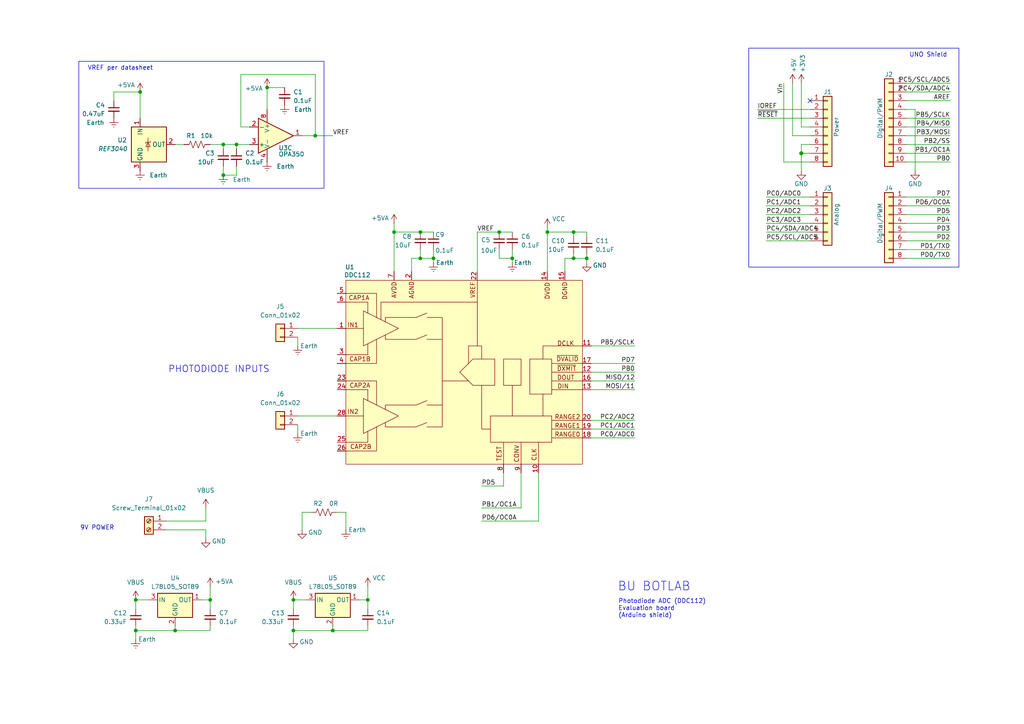
<source format=kicad_sch>
(kicad_sch (version 20250114) (generator "eeschema") (generator_version "9.0")
  (paper "A4")
  (title_block (date "mar. 31 mars 2015"))
  (lib_symbols
    (symbol "Amplifier_Operational:LM358" (pin_names (offset 0.127))
      (property "Reference" "U" (at 0 5.08 0))
      (property "Value" "LM358" (at 0 -5.08 0))
      (symbol "LM358_1_1"
        (polyline (pts (xy -5.08 5.08) (xy 5.08 0) (xy -5.08 -5.08) (xy -5.08 5.08)) (stroke (width 0.254)) (fill (type background)))
        (pin input line (at -7.62 2.54 0) (length 2.54) (name "+") (number "3"))
        (pin input line (at -7.62 -2.54 0) (length 2.54) (name "-") (number "2"))
        (pin output line (at 7.62 0 180) (length 2.54) (name "~") (number "1"))
      )
      (symbol "LM358_2_1"
        (polyline (pts (xy -5.08 5.08) (xy 5.08 0) (xy -5.08 -5.08) (xy -5.08 5.08)) (stroke (width 0.254)) (fill (type background)))
        (pin input line (at -7.62 2.54 0) (length 2.54) (name "+") (number "5"))
        (pin input line (at -7.62 -2.54 0) (length 2.54) (name "-") (number "6"))
        (pin output line (at 7.62 0 180) (length 2.54) (name "~") (number "7"))
      )
      (symbol "LM358_3_1"
        (pin power_in line (at -2.54 7.62 270) (length 3.81) (name "V+") (number "8"))
        (pin power_in line (at -2.54 -7.62 90) (length 3.81) (name "V-") (number "4"))
      )
    )
    (symbol "Connector:Screw_Terminal_01x02" (pin_names (offset 1.016) (hide yes))
      (property "Reference" "J" (at 0 2.54 0))
      (property "Value" "Screw_Terminal_01x02" (at 0 -5.08 0))
      (symbol "Screw_Terminal_01x02_1_1"
        (rectangle (start -1.27 1.27) (end 1.27 -3.81) (stroke (width 0.254)) (fill (type background)))
        (polyline (pts (xy -0.5334 0.3302) (xy 0.3302 -0.508)) (stroke (width 0.1524)))
        (polyline (pts (xy -0.5334 -2.2098) (xy 0.3302 -3.048)) (stroke (width 0.1524)))
        (polyline (pts (xy -0.3556 0.508) (xy 0.508 -0.3302)) (stroke (width 0.1524)))
        (polyline (pts (xy -0.3556 -2.032) (xy 0.508 -2.8702)) (stroke (width 0.1524)))
        (circle (center 0 0) (radius 0.635) (stroke (width 0.1524)))
        (circle (center 0 -2.54) (radius 0.635) (stroke (width 0.1524)))
        (pin passive line (at -5.08 0 0) (length 3.81) (name "Pin_1") (number "1"))
        (pin passive line (at -5.08 -2.54 0) (length 3.81) (name "Pin_2") (number "2"))
      )
    )
    (symbol "Connector_Generic:Conn_01x02" (pin_names (offset 1.016) (hide yes))
      (property "Reference" "J" (at 0 2.54 0))
      (property "Value" "Conn_01x02" (at 0 -5.08 0))
      (symbol "Conn_01x02_1_1"
        (rectangle (start -1.27 1.27) (end 1.27 -3.81) (stroke (width 0.254)) (fill (type background)))
        (rectangle (start -1.27 0.127) (end 0 -0.127) (stroke (width 0.1524)))
        (rectangle (start -1.27 -2.413) (end 0 -2.667) (stroke (width 0.1524)))
        (pin passive line (at -5.08 0 0) (length 3.81) (name "Pin_1") (number "1"))
        (pin passive line (at -5.08 -2.54 0) (length 3.81) (name "Pin_2") (number "2"))
      )
    )
    (symbol "Connector_Generic:Conn_01x06" (pin_names (offset 1.016) (hide yes))
      (property "Reference" "J" (at 0 7.62 0))
      (property "Value" "Conn_01x06" (at 0 -10.16 0))
      (symbol "Conn_01x06_1_1"
        (rectangle (start -1.27 6.35) (end 1.27 -8.89) (stroke (width 0.254)) (fill (type background)))
        (rectangle (start -1.27 5.207) (end 0 4.953) (stroke (width 0.1524)))
        (rectangle (start -1.27 2.667) (end 0 2.413) (stroke (width 0.1524)))
        (rectangle (start -1.27 0.127) (end 0 -0.127) (stroke (width 0.1524)))
        (rectangle (start -1.27 -2.413) (end 0 -2.667) (stroke (width 0.1524)))
        (rectangle (start -1.27 -4.953) (end 0 -5.207) (stroke (width 0.1524)))
        (rectangle (start -1.27 -7.493) (end 0 -7.747) (stroke (width 0.1524)))
        (pin passive line (at -5.08 5.08 0) (length 3.81) (name "Pin_1") (number "1"))
        (pin passive line (at -5.08 2.54 0) (length 3.81) (name "Pin_2") (number "2"))
        (pin passive line (at -5.08 0 0) (length 3.81) (name "Pin_3") (number "3"))
        (pin passive line (at -5.08 -2.54 0) (length 3.81) (name "Pin_4") (number "4"))
        (pin passive line (at -5.08 -5.08 0) (length 3.81) (name "Pin_5") (number "5"))
        (pin passive line (at -5.08 -7.62 0) (length 3.81) (name "Pin_6") (number "6"))
      )
    )
    (symbol "Connector_Generic:Conn_01x08" (pin_names (offset 1.016) (hide yes))
      (property "Reference" "J" (at 0 10.16 0))
      (property "Value" "Conn_01x08" (at 0 -12.7 0))
      (symbol "Conn_01x08_1_1"
        (rectangle (start -1.27 8.89) (end 1.27 -11.43) (stroke (width 0.254)) (fill (type background)))
        (rectangle (start -1.27 7.747) (end 0 7.493) (stroke (width 0.1524)))
        (rectangle (start -1.27 5.207) (end 0 4.953) (stroke (width 0.1524)))
        (rectangle (start -1.27 2.667) (end 0 2.413) (stroke (width 0.1524)))
        (rectangle (start -1.27 0.127) (end 0 -0.127) (stroke (width 0.1524)))
        (rectangle (start -1.27 -2.413) (end 0 -2.667) (stroke (width 0.1524)))
        (rectangle (start -1.27 -4.953) (end 0 -5.207) (stroke (width 0.1524)))
        (rectangle (start -1.27 -7.493) (end 0 -7.747) (stroke (width 0.1524)))
        (rectangle (start -1.27 -10.033) (end 0 -10.287) (stroke (width 0.1524)))
        (pin passive line (at -5.08 7.62 0) (length 3.81) (name "Pin_1") (number "1"))
        (pin passive line (at -5.08 5.08 0) (length 3.81) (name "Pin_2") (number "2"))
        (pin passive line (at -5.08 2.54 0) (length 3.81) (name "Pin_3") (number "3"))
        (pin passive line (at -5.08 0 0) (length 3.81) (name "Pin_4") (number "4"))
        (pin passive line (at -5.08 -2.54 0) (length 3.81) (name "Pin_5") (number "5"))
        (pin passive line (at -5.08 -5.08 0) (length 3.81) (name "Pin_6") (number "6"))
        (pin passive line (at -5.08 -7.62 0) (length 3.81) (name "Pin_7") (number "7"))
        (pin passive line (at -5.08 -10.16 0) (length 3.81) (name "Pin_8") (number "8"))
      )
    )
    (symbol "Connector_Generic:Conn_01x10" (pin_names (offset 1.016) (hide yes))
      (property "Reference" "J" (at 0 12.7 0))
      (property "Value" "Conn_01x10" (at 0 -15.24 0))
      (symbol "Conn_01x10_1_1"
        (rectangle (start -1.27 11.43) (end 1.27 -13.97) (stroke (width 0.254)) (fill (type background)))
        (rectangle (start -1.27 10.287) (end 0 10.033) (stroke (width 0.1524)))
        (rectangle (start -1.27 7.747) (end 0 7.493) (stroke (width 0.1524)))
        (rectangle (start -1.27 5.207) (end 0 4.953) (stroke (width 0.1524)))
        (rectangle (start -1.27 2.667) (end 0 2.413) (stroke (width 0.1524)))
        (rectangle (start -1.27 0.127) (end 0 -0.127) (stroke (width 0.1524)))
        (rectangle (start -1.27 -2.413) (end 0 -2.667) (stroke (width 0.1524)))
        (rectangle (start -1.27 -4.953) (end 0 -5.207) (stroke (width 0.1524)))
        (rectangle (start -1.27 -7.493) (end 0 -7.747) (stroke (width 0.1524)))
        (rectangle (start -1.27 -10.033) (end 0 -10.287) (stroke (width 0.1524)))
        (rectangle (start -1.27 -12.573) (end 0 -12.827) (stroke (width 0.1524)))
        (pin passive line (at -5.08 10.16 0) (length 3.81) (name "Pin_1") (number "1"))
        (pin passive line (at -5.08 7.62 0) (length 3.81) (name "Pin_2") (number "2"))
        (pin passive line (at -5.08 5.08 0) (length 3.81) (name "Pin_3") (number "3"))
        (pin passive line (at -5.08 2.54 0) (length 3.81) (name "Pin_4") (number "4"))
        (pin passive line (at -5.08 0 0) (length 3.81) (name "Pin_5") (number "5"))
        (pin passive line (at -5.08 -2.54 0) (length 3.81) (name "Pin_6") (number "6"))
        (pin passive line (at -5.08 -5.08 0) (length 3.81) (name "Pin_7") (number "7"))
        (pin passive line (at -5.08 -7.62 0) (length 3.81) (name "Pin_8") (number "8"))
        (pin passive line (at -5.08 -10.16 0) (length 3.81) (name "Pin_9") (number "9"))
        (pin passive line (at -5.08 -12.7 0) (length 3.81) (name "Pin_10") (number "10"))
      )
    )
    (symbol "Device:C_Small" (pin_numbers (hide yes)) (pin_names (offset 0.254) (hide yes))
      (property "Reference" "C" (at 0.254 1.778 0))
      (property "Value" "C_Small" (at 0.254 -2.032 0))
      (symbol "C_Small_0_1"
        (polyline (pts (xy -1.524 0.508) (xy 1.524 0.508)) (stroke (width 0.3048)))
        (polyline (pts (xy -1.524 -0.508) (xy 1.524 -0.508)) (stroke (width 0.3302)))
      )
      (symbol "C_Small_1_1"
        (pin passive line (at 0 2.54 270) (length 2.032) (name "~") (number "1"))
        (pin passive line (at 0 -2.54 90) (length 2.032) (name "~") (number "2"))
      )
    )
    (symbol "Device:R_US" (pin_numbers (hide yes)) (pin_names (offset 0))
      (property "Reference" "R" (at 2.54 0 90))
      (property "Value" "R_US" (at -2.54 0 90))
      (symbol "R_US_0_1"
        (polyline (pts (xy 0 2.286) (xy 0 2.54)))
        (polyline (pts (xy 0 2.286) (xy 1.016 1.905) (xy 0 1.524) (xy -1.016 1.143) (xy 0 0.762)))
        (polyline (pts (xy 0 0.762) (xy 1.016 0.381) (xy 0 0) (xy -1.016 -0.381) (xy 0 -0.762)))
        (polyline (pts (xy 0 -0.762) (xy 1.016 -1.143) (xy 0 -1.524) (xy -1.016 -1.905) (xy 0 -2.286)))
        (polyline (pts (xy 0 -2.286) (xy 0 -2.54)))
      )
      (symbol "R_US_1_1"
        (pin passive line (at 0 3.81 270) (length 1.27) (name "~") (number "1"))
        (pin passive line (at 0 -3.81 90) (length 1.27) (name "~") (number "2"))
      )
    )
    (symbol "Reference_Voltage:REF3040" (pin_names (offset 0.254))
      (property "Reference" "U" (at 0 6.35 0))
      (property "Value" "REF3040" (at 2.54 -6.35 0))
      (symbol "REF3040_0_1"
        (rectangle (start -5.08 5.08) (end 5.08 -5.08) (stroke (width 0.254)) (fill (type background)))
        (polyline (pts (xy -0.889 -0.635) (xy 0.381 -0.635) (xy -0.254 0.635) (xy -0.889 -0.635)))
        (polyline (pts (xy -0.254 1.905) (xy -0.254 -1.905)))
        (polyline (pts (xy 0.381 1.016) (xy 0.381 0.635) (xy -0.889 0.635) (xy -0.889 0.254)))
      )
      (symbol "REF3040_1_1"
        (pin power_in line (at -2.54 7.62 270) (length 2.54) (name "IN") (number "1"))
        (pin power_in line (at -2.54 -7.62 90) (length 2.54) (name "GND") (number "3"))
        (pin power_out line (at 7.62 0 180) (length 2.54) (name "OUT") (number "2"))
      )
    )
    (symbol "Regulator_Linear:L78L05_SOT89" (pin_names (offset 0.254))
      (property "Reference" "U" (at -3.81 3.175 0))
      (property "Value" "L78L05_SOT89" (at -0.635 3.175 0))
      (symbol "L78L05_SOT89_0_1"
        (rectangle (start -5.08 1.905) (end 5.08 -5.08) (stroke (width 0.254)) (fill (type background)))
      )
      (symbol "L78L05_SOT89_1_1"
        (pin power_in line (at -7.62 0 0) (length 2.54) (name "IN") (number "3"))
        (pin power_in line (at 0 -7.62 90) (length 2.54) (name "GND") (number "2"))
        (pin power_out line (at 7.62 0 180) (length 2.54) (name "OUT") (number "1"))
      )
    )
    (symbol "VCC_1" (power) (pin_numbers (hide yes)) (pin_names (offset 0) (hide yes))
      (property "Value" "VCC" (at 0 3.556 0))
      (symbol "VCC_1_0_1"
        (polyline (pts (xy -0.762 1.27) (xy 0 2.54)))
        (polyline (pts (xy 0 2.54) (xy 0.762 1.27)))
        (polyline (pts (xy 0 0) (xy 0 2.54)))
      )
      (symbol "VCC_1_1_1"
        (pin power_in line (at 0 0 90) (length 0) (name "~") (number "1"))
      )
    )
    (symbol "my_DDC:DDC112_SO" (pin_names (offset 0.002) (hide yes))
      (property "Reference" "U" (at -3.81 3.048 0))
      (symbol "DDC112_SO_0_1"
        (polyline (pts (xy 0 0) (xy 8.89 0) (xy 8.89 -6.985)))
        (polyline (pts (xy 0 -2.54) (xy 6.35 -2.54) (xy 6.35 -5.715)))
        (polyline (pts (xy 0 -10.16) (xy 5.08 -10.16)))
        (polyline (pts (xy 0 -17.78) (xy 6.35 -17.78) (xy 6.35 -14.605)))
        (polyline (pts (xy 0 -20.32) (xy 8.89 -20.32) (xy 8.89 -13.335)))
        (polyline (pts (xy 0 -25.4) (xy 8.89 -25.4) (xy 8.89 -32.385)))
        (polyline (pts (xy 0 -27.94) (xy 6.35 -27.94) (xy 6.35 -31.115)))
        (polyline (pts (xy 0 -35.56) (xy 5.08 -35.56)))
        (polyline (pts (xy 0 -43.18) (xy 6.35 -43.18) (xy 6.35 -40.005)))
        (polyline (pts (xy 0 -45.72) (xy 8.89 -45.72) (xy 8.89 -38.735)))
        (polyline (pts (xy 5.08 -5.08) (xy 5.08 -15.24) (xy 15.24 -10.16) (xy 5.08 -5.08)))
        (polyline (pts (xy 5.08 -30.48) (xy 5.08 -40.64) (xy 15.24 -35.56) (xy 5.08 -30.48)))
        (polyline (pts (xy 10.16 -7.62) (xy 10.16 -2.54) (xy 38.1 -2.54)))
        (polyline (pts (xy 11.43 -8.255) (xy 11.43 -6.985) (xy 20.32 -6.985)))
        (polyline (pts (xy 11.43 -12.065) (xy 11.43 -13.335) (xy 20.32 -13.335)))
        (polyline (pts (xy 11.43 -33.655) (xy 11.43 -32.385) (xy 20.32 -32.385)))
        (polyline (pts (xy 11.43 -37.465) (xy 11.43 -38.735) (xy 20.32 -38.735)))
        (polyline (pts (xy 20.32 -6.985) (xy 23.495 -5.715)))
        (polyline (pts (xy 20.32 -13.335) (xy 23.495 -12.065)))
        (polyline (pts (xy 20.32 -32.385) (xy 23.495 -31.115)))
        (polyline (pts (xy 20.32 -38.735) (xy 23.495 -37.465)))
        (polyline (pts (xy 23.495 -6.985) (xy 27.94 -6.985) (xy 27.94 -13.335) (xy 23.495 -13.335)))
        (polyline (pts (xy 23.495 -32.385) (xy 27.94 -32.385) (xy 27.94 -38.735) (xy 23.495 -38.735)))
        (polyline (pts (xy 27.94 -13.335) (xy 27.94 -32.385)))
        (polyline (pts (xy 33.02 -22.86) (xy 36.83 -19.05) (xy 43.18 -19.05) (xy 43.18 -26.67) (xy 36.83 -26.67) (xy 33.02 -22.86)))
        (polyline (pts (xy 35.56 -20.32) (xy 35.56 -15.24) (xy 39.37 -15.24) (xy 39.37 -19.05)))
        (polyline (pts (xy 35.56 -25.4) (xy 27.94 -25.4)))
        (polyline (pts (xy 38.1 3.81) (xy 38.1 -15.24)))
      )
      (symbol "DDC112_SO_1_1"
        (rectangle (start 0 3.81) (end 68.58 -49.53) (fill (type background)))
        (polyline (pts (xy 39.37 -26.67) (xy 39.37 -39.37) (xy 41.91 -39.37)))
        (rectangle (start 41.91 -35.56) (end 59.69 -43.18))
        (rectangle (start 45.72 -19.05) (end 50.8 -26.67))
        (polyline (pts (xy 45.72 -49.53) (xy 45.72 -43.18)))
        (polyline (pts (xy 48.26 -26.67) (xy 48.26 -35.56)))
        (polyline (pts (xy 50.8 -49.53) (xy 50.8 -43.18)))
        (rectangle (start 53.34 -19.05) (end 59.69 -29.21))
        (polyline (pts (xy 55.88 -49.53) (xy 55.88 -43.18)))
        (polyline (pts (xy 57.15 -29.21) (xy 57.15 -35.56)))
        (polyline (pts (xy 59.69 -36.83) (xy 68.58 -36.83)))
        (polyline (pts (xy 59.69 -39.37) (xy 68.58 -39.37)))
        (polyline (pts (xy 59.69 -41.91) (xy 68.58 -41.91)))
        (polyline (pts (xy 68.58 -15.24) (xy 57.15 -15.24) (xy 57.15 -19.05)))
        (polyline (pts (xy 68.58 -20.32) (xy 59.69 -20.32)))
        (polyline (pts (xy 68.58 -22.86) (xy 59.69 -22.86)))
        (polyline (pts (xy 68.58 -25.4) (xy 59.69 -25.4)))
        (polyline (pts (xy 68.58 -27.94) (xy 59.69 -27.94)))
        (text "IN1" (at 2.032 -9.144 0) (effects (font (size 1.27 1.27))))
        (text "IN2" (at 2.032 -34.29 0) (effects (font (size 1.27 1.27))))
        (text "CAP1A" (at 3.81 -1.27 0) (effects (font (size 1.27 1.27))))
        (text "CAP1B" (at 4.064 -19.05 0) (effects (font (size 1.27 1.27))))
        (text "CAP2A" (at 4.064 -26.67 0) (effects (font (size 1.27 1.27))))
        (text "CAP2B" (at 4.318 -44.45 0) (effects (font (size 1.27 1.27))))
        (text "AVDD" (at 13.97 1.016 900) (effects (font (size 1.27 1.27))))
        (text "AGND" (at 19.05 1.016 900) (effects (font (size 1.27 1.27))))
        (text "VREF" (at 36.83 1.016 900) (effects (font (size 1.27 1.27))))
        (text "TEST" (at 44.45 -46.482 900) (effects (font (size 1.27 1.27))))
        (text "CONV" (at 49.53 -46.482 900) (effects (font (size 1.27 1.27))))
        (text "CLK" (at 54.61 -46.736 900) (effects (font (size 1.27 1.27))))
        (text "DVDD" (at 58.42 0.762 900) (effects (font (size 1.27 1.27))))
        (text "DIN" (at 62.992 -26.924 0) (effects (font (size 1.27 1.27))))
        (text "DGND" (at 63.5 0.762 900) (effects (font (size 1.27 1.27))))
        (text "DCLK" (at 63.754 -14.478 0) (effects (font (size 1.27 1.27))))
        (text "DOUT" (at 63.754 -24.384 0) (effects (font (size 1.27 1.27))))
        (text "~{DXMIT}" (at 64.008 -21.844 0) (effects (font (size 1.27 1.27))))
        (text "~{DVALID}" (at 64.262 -19.05 0) (effects (font (size 1.27 1.27))))
        (text "RANGE2" (at 64.262 -35.814 0) (effects (font (size 1.27 1.27))))
        (text "RANGE1" (at 64.262 -38.354 0) (effects (font (size 1.27 1.27))))
        (text "RANGE0" (at 64.262 -40.894 0) (effects (font (size 1.27 1.27))))
        (pin input line (at -2.54 0 0) (length 2.54) (name "CAP1A") (number "5"))
        (pin input line (at -2.54 -2.54 0) (length 2.54) (name "CAP1A") (number "6"))
        (pin input line (at -2.54 -10.16 0) (length 2.54) (name "IN1") (number "1"))
        (pin input line (at -2.54 -17.78 0) (length 2.54) (name "CAP1B") (number "3"))
        (pin input line (at -2.54 -20.32 0) (length 2.54) (name "CAP1B") (number "4"))
        (pin input line (at -2.54 -25.4 0) (length 2.54) (name "CAP2A") (number "23"))
        (pin input line (at -2.54 -27.94 0) (length 2.54) (name "CAP2A") (number "24"))
        (pin input line (at -2.54 -35.56 0) (length 2.54) (name "IN2") (number "28"))
        (pin input line (at -2.54 -43.18 0) (length 2.54) (name "CAP2B") (number "25"))
        (pin input line (at -2.54 -45.72 0) (length 2.54) (name "CAP2B") (number "26"))
        (pin input line (at 13.97 6.35 270) (length 2.54) (name "AVDD") (number "7"))
        (pin input line (at 19.05 6.35 270) (length 2.54) (name "AGND") (number "2"))
        (pin input line (at 19.05 6.35 270) (length 2.54) (hide yes) (name "AGND") (number "21"))
        (pin input line (at 19.05 6.35 270) (length 2.54) (hide yes) (name "AGND") (number "27"))
        (pin input line (at 38.1 6.35 270) (length 2.54) (name "VREF") (number "22"))
        (pin input line (at 45.72 -52.07 90) (length 2.54) (name "TEST") (number "8"))
        (pin input line (at 50.8 -52.07 90) (length 2.54) (name "CONV") (number "9"))
        (pin input line (at 55.88 -52.07 90) (length 2.54) (name "CLK") (number "10"))
        (pin input line (at 58.42 6.35 270) (length 2.54) (name "DVDD") (number "14"))
        (pin input line (at 63.5 6.35 270) (length 2.54) (name "DGND") (number "15"))
        (pin input line (at 71.12 -15.24 180) (length 2.54) (name "DCLK") (number "11"))
        (pin input line (at 71.12 -20.32 180) (length 2.54) (name "~{DVALID}") (number "17"))
        (pin input line (at 71.12 -22.86 180) (length 2.54) (name "~{DXMIT}") (number "12"))
        (pin input line (at 71.12 -25.4 180) (length 2.54) (name "DOUT") (number "16"))
        (pin input line (at 71.12 -27.94 180) (length 2.54) (name "DIN") (number "13"))
        (pin input line (at 71.12 -36.83 180) (length 2.54) (name "RANGE2") (number "20"))
        (pin input line (at 71.12 -39.37 180) (length 2.54) (name "RANGE1") (number "19"))
        (pin input line (at 71.12 -41.91 180) (length 2.54) (name "RANGE0") (number "18"))
      )
    )
    (symbol "power:+3V3" (power) (pin_names (offset 0))
      (property "Value" "+3V3" (at 0 3.556 0))
      (symbol "+3V3_0_1"
        (polyline (pts (xy -0.762 1.27) (xy 0 2.54)))
        (polyline (pts (xy 0 2.54) (xy 0.762 1.27)))
        (polyline (pts (xy 0 0) (xy 0 2.54)))
      )
      (symbol "+3V3_1_1"
        (pin power_in line (at 0 0 90) (length 0) (hide yes) (name "+3V3") (number "1"))
      )
    )
    (symbol "power:+5V" (power) (pin_names (offset 0))
      (property "Value" "+5V" (at 0 3.556 0))
      (symbol "+5V_0_1"
        (polyline (pts (xy -0.762 1.27) (xy 0 2.54)))
        (polyline (pts (xy 0 2.54) (xy 0.762 1.27)))
        (polyline (pts (xy 0 0) (xy 0 2.54)))
      )
      (symbol "+5V_1_1"
        (pin power_in line (at 0 0 90) (length 0) (hide yes) (name "+5V") (number "1"))
      )
    )
    (symbol "power:+5VA" (power) (pin_numbers (hide yes)) (pin_names (offset 0) (hide yes))
      (property "Value" "+5VA" (at 0 3.556 0))
      (symbol "+5VA_0_1"
        (polyline (pts (xy -0.762 1.27) (xy 0 2.54)))
        (polyline (pts (xy 0 2.54) (xy 0.762 1.27)))
        (polyline (pts (xy 0 0) (xy 0 2.54)))
      )
      (symbol "+5VA_1_1"
        (pin power_in line (at 0 0 90) (length 0) (name "~") (number "1"))
      )
    )
    (symbol "power:Earth" (power) (pin_numbers (hide yes)) (pin_names (offset 0) (hide yes))
      (property "Value" "Earth" (at 0 -3.81 0))
      (symbol "Earth_0_1"
        (polyline (pts (xy -0.635 -1.905) (xy 0.635 -1.905)))
        (polyline (pts (xy -0.127 -2.54) (xy 0.127 -2.54)))
        (polyline (pts (xy 0 -1.27) (xy 0 0)))
        (polyline (pts (xy 1.27 -1.27) (xy -1.27 -1.27)))
      )
      (symbol "Earth_1_1"
        (pin power_in line (at 0 0 270) (length 0) (name "~") (number "1"))
      )
    )
    (symbol "power:GND" (power) (pin_names (offset 0))
      (property "Value" "GND" (at 0 -3.81 0))
      (symbol "GND_0_1"
        (polyline (pts (xy 0 0) (xy 0 -1.27) (xy 1.27 -1.27) (xy 0 -2.54) (xy -1.27 -1.27) (xy 0 -1.27)))
      )
      (symbol "GND_1_1"
        (pin power_in line (at 0 0 270) (length 0) (hide yes) (name "GND") (number "1"))
      )
    )
    (symbol "power:VBUS" (power) (pin_numbers (hide yes)) (pin_names (offset 0) (hide yes))
      (property "Value" "VBUS" (at 0 3.556 0))
      (symbol "VBUS_0_1"
        (polyline (pts (xy -0.762 1.27) (xy 0 2.54)))
        (polyline (pts (xy 0 2.54) (xy 0.762 1.27)))
        (polyline (pts (xy 0 0) (xy 0 2.54)))
      )
      (symbol "VBUS_1_1"
        (pin power_in line (at 0 0 90) (length 0) (name "~") (number "1"))
      )
    )
  )
  (rectangle (start 22.86 17.78) (end 93.98 54.61))
  (rectangle (start 217.17 13.97) (end 278.13 77.47))
  (text "PHOTODIODE INPUTS" (at 63.5 107.188 0) (effects (font (size 1.905 1.905))))
  (text "UNO Shield" (at 269.24 16.002 0) (effects (font (size 1.27 1.27))))
  (text "VREF per datasheet" (at 25.4 19.812 0) (effects (font (size 1.27 1.27)) (justify left)))
  (text "9V POWER" (at 28.194 153.162 0) (effects (font (size 1.27 1.27))))
  (text "BU BOTLAB" (at 189.738 170.18 0) (effects (font (size 2.54 2.54))))
  (text "Photodiode ADC (DDC112)\nEvaluation board\n(Arduino shield)" (at 179.324 176.53 0) (effects (font (size 1.27 1.27)) (justify left)))
  (junction (at 106.68 173.99))
  (junction (at 85.09 182.88))
  (junction (at 114.3 67.31))
  (junction (at 40.64 26.67))
  (junction (at 64.77 41.91))
  (junction (at 39.37 182.88))
  (junction (at 232.41 44.45) (diameter 1.016))
  (junction (at 148.59 74.93))
  (junction (at 68.58 41.91))
  (junction (at 170.18 74.93))
  (junction (at 125.73 74.93))
  (junction (at 121.92 67.31))
  (junction (at 39.37 173.99))
  (junction (at 85.09 173.99))
  (junction (at 166.37 74.93))
  (junction (at 96.52 182.88))
  (junction (at 91.44 39.37))
  (junction (at 64.77 50.8))
  (junction (at 144.78 67.31))
  (junction (at 166.37 67.31))
  (junction (at 50.8 182.88))
  (junction (at 60.96 173.99))
  (junction (at 158.75 67.31))
  (junction (at 121.92 74.93))
  (junction (at 77.47 25.4))
  (no_connect (at 234.95 29.21))
  (wire (pts (xy 68.58 50.8) (xy 68.58 48.26)))
  (wire (pts (xy 50.8 181.61) (xy 50.8 182.88)))
  (wire (pts (xy 262.89 74.93) (xy 275.59 74.93)))
  (wire (pts (xy 170.18 74.93) (xy 170.18 73.66)))
  (wire (pts (xy 171.45 127) (xy 184.15 127)))
  (wire (pts (xy 106.68 181.61) (xy 106.68 182.88)))
  (wire (pts (xy 59.69 147.32) (xy 59.69 151.13)))
  (wire (pts (xy 64.77 41.91) (xy 64.77 43.18)))
  (wire (pts (xy 106.68 170.18) (xy 106.68 173.99)))
  (wire (pts (xy 60.96 41.91) (xy 64.77 41.91)))
  (wire (pts (xy 262.89 41.91) (xy 275.59 41.91)))
  (wire (pts (xy 91.44 39.37) (xy 96.52 39.37)))
  (wire (pts (xy 40.64 26.67) (xy 40.64 34.29)))
  (wire (pts (xy 96.52 182.88) (xy 85.09 182.88)))
  (wire (pts (xy 77.47 25.4) (xy 82.55 25.4)))
  (wire (pts (xy 64.77 48.26) (xy 64.77 50.8)))
  (wire (pts (xy 60.96 170.18) (xy 60.96 173.99)))
  (wire (pts (xy 262.89 24.13) (xy 275.59 24.13)))
  (wire (pts (xy 97.79 148.59) (xy 100.33 148.59)))
  (wire (pts (xy 171.45 100.33) (xy 184.15 100.33)))
  (wire (pts (xy 158.75 67.31) (xy 166.37 67.31)))
  (wire (pts (xy 121.92 74.93) (xy 125.73 74.93)))
  (wire (pts (xy 100.33 148.59) (xy 100.33 153.67)))
  (wire (pts (xy 170.18 74.93) (xy 166.37 74.93)))
  (wire (pts (xy 232.41 41.91) (xy 232.41 44.45)))
  (wire (pts (xy 114.3 67.31) (xy 114.3 78.74)))
  (wire (pts (xy 222.25 69.85) (xy 234.95 69.85)))
  (wire (pts (xy 138.43 67.31) (xy 144.78 67.31)))
  (wire (pts (xy 39.37 173.99) (xy 39.37 176.53)))
  (wire (pts (xy 85.09 181.61) (xy 85.09 182.88)))
  (wire (pts (xy 232.41 44.45) (xy 232.41 49.53)))
  (wire (pts (xy 163.83 74.93) (xy 166.37 74.93)))
  (wire (pts (xy 144.78 72.39) (xy 144.78 74.93)))
  (wire (pts (xy 96.52 181.61) (xy 96.52 182.88)))
  (wire (pts (xy 232.41 36.83) (xy 234.95 36.83)))
  (wire (pts (xy 148.59 74.93) (xy 148.59 72.39)))
  (wire (pts (xy 229.87 39.37) (xy 234.95 39.37)))
  (wire (pts (xy 85.09 182.88) (xy 85.09 185.42)))
  (wire (pts (xy 125.73 76.2) (xy 125.73 74.93)))
  (wire (pts (xy 229.87 24.13) (xy 229.87 39.37)))
  (wire (pts (xy 171.45 110.49) (xy 184.15 110.49)))
  (wire (pts (xy 68.58 41.91) (xy 72.39 41.91)))
  (wire (pts (xy 170.18 74.93) (xy 170.18 76.2)))
  (wire (pts (xy 262.89 34.29) (xy 275.59 34.29)))
  (wire (pts (xy 163.83 78.74) (xy 163.83 74.93)))
  (wire (pts (xy 232.41 24.13) (xy 232.41 36.83)))
  (wire (pts (xy 262.89 57.15) (xy 275.59 57.15)))
  (wire (pts (xy 234.95 57.15) (xy 222.25 57.15)))
  (wire (pts (xy 262.89 36.83) (xy 275.59 36.83)))
  (wire (pts (xy 58.42 173.99) (xy 60.96 173.99)))
  (wire (pts (xy 262.89 59.69) (xy 275.59 59.69)))
  (wire (pts (xy 86.36 97.79) (xy 86.36 100.33)))
  (wire (pts (xy 125.73 67.31) (xy 121.92 67.31)))
  (wire (pts (xy 85.09 173.99) (xy 85.09 176.53)))
  (wire (pts (xy 106.68 182.88) (xy 96.52 182.88)))
  (wire (pts (xy 50.8 41.91) (xy 53.34 41.91)))
  (wire (pts (xy 262.89 44.45) (xy 275.59 44.45)))
  (wire (pts (xy 139.7 151.13) (xy 156.21 151.13)))
  (wire (pts (xy 87.63 148.59) (xy 87.63 153.67)))
  (wire (pts (xy 262.89 64.77) (xy 275.59 64.77)))
  (wire (pts (xy 106.68 173.99) (xy 106.68 176.53)))
  (wire (pts (xy 119.38 74.93) (xy 119.38 78.74)))
  (wire (pts (xy 60.96 181.61) (xy 60.96 182.88)))
  (wire (pts (xy 170.18 68.58) (xy 170.18 67.31)))
  (wire (pts (xy 219.71 31.75) (xy 234.95 31.75)))
  (wire (pts (xy 86.36 120.65) (xy 97.79 120.65)))
  (wire (pts (xy 158.75 66.04) (xy 158.75 67.31)))
  (wire (pts (xy 39.37 182.88) (xy 39.37 185.42)))
  (wire (pts (xy 39.37 173.99) (xy 43.18 173.99)))
  (wire (pts (xy 69.85 36.83) (xy 69.85 21.59)))
  (wire (pts (xy 148.59 76.2) (xy 148.59 74.93)))
  (wire (pts (xy 156.21 137.16) (xy 156.21 151.13)))
  (wire (pts (xy 265.43 31.75) (xy 265.43 49.53)))
  (wire (pts (xy 144.78 67.31) (xy 148.59 67.31)))
  (wire (pts (xy 138.43 67.31) (xy 138.43 78.74)))
  (wire (pts (xy 262.89 29.21) (xy 275.59 29.21)))
  (wire (pts (xy 68.58 41.91) (xy 64.77 41.91)))
  (wire (pts (xy 171.45 124.46) (xy 184.15 124.46)))
  (wire (pts (xy 68.58 43.18) (xy 68.58 41.91)))
  (wire (pts (xy 60.96 173.99) (xy 60.96 176.53)))
  (wire (pts (xy 234.95 62.23) (xy 222.25 62.23)))
  (wire (pts (xy 219.71 34.29) (xy 234.95 34.29)))
  (wire (pts (xy 60.96 182.88) (xy 50.8 182.88)))
  (wire (pts (xy 234.95 44.45) (xy 232.41 44.45)))
  (wire (pts (xy 158.75 67.31) (xy 158.75 78.74)))
  (wire (pts (xy 85.09 173.99) (xy 88.9 173.99)))
  (wire (pts (xy 121.92 72.39) (xy 121.92 74.93)))
  (wire (pts (xy 234.95 46.99) (xy 227.33 46.99)))
  (wire (pts (xy 59.69 151.13) (xy 48.26 151.13)))
  (wire (pts (xy 33.02 29.21) (xy 33.02 26.67)))
  (wire (pts (xy 59.69 153.67) (xy 59.69 156.21)))
  (wire (pts (xy 139.7 147.32) (xy 151.13 147.32)))
  (wire (pts (xy 222.25 59.69) (xy 234.95 59.69)))
  (wire (pts (xy 166.37 68.58) (xy 166.37 67.31)))
  (wire (pts (xy 171.45 107.95) (xy 184.15 107.95)))
  (wire (pts (xy 125.73 74.93) (xy 125.73 72.39)))
  (wire (pts (xy 151.13 137.16) (xy 151.13 147.32)))
  (wire (pts (xy 262.89 31.75) (xy 265.43 31.75)))
  (wire (pts (xy 72.39 36.83) (xy 69.85 36.83)))
  (wire (pts (xy 234.95 41.91) (xy 232.41 41.91)))
  (wire (pts (xy 262.89 39.37) (xy 275.59 39.37)))
  (wire (pts (xy 166.37 67.31) (xy 170.18 67.31)))
  (wire (pts (xy 39.37 181.61) (xy 39.37 182.88)))
  (wire (pts (xy 104.14 173.99) (xy 106.68 173.99)))
  (wire (pts (xy 262.89 62.23) (xy 275.59 62.23)))
  (wire (pts (xy 171.45 113.03) (xy 184.15 113.03)))
  (wire (pts (xy 33.02 26.67) (xy 40.64 26.67)))
  (wire (pts (xy 222.25 64.77) (xy 234.95 64.77)))
  (wire (pts (xy 171.45 121.92) (xy 184.15 121.92)))
  (wire (pts (xy 119.38 74.93) (xy 121.92 74.93)))
  (wire (pts (xy 69.85 21.59) (xy 91.44 21.59)))
  (wire (pts (xy 77.47 25.4) (xy 77.47 31.75)))
  (wire (pts (xy 86.36 123.19) (xy 86.36 125.73)))
  (wire (pts (xy 91.44 21.59) (xy 91.44 39.37)))
  (wire (pts (xy 64.77 50.8) (xy 68.58 50.8)))
  (wire (pts (xy 50.8 182.88) (xy 39.37 182.88)))
  (wire (pts (xy 139.7 140.97) (xy 146.05 140.97)))
  (wire (pts (xy 262.89 26.67) (xy 275.59 26.67)))
  (wire (pts (xy 262.89 69.85) (xy 275.59 69.85)))
  (wire (pts (xy 146.05 137.16) (xy 146.05 140.97)))
  (wire (pts (xy 262.89 67.31) (xy 275.59 67.31)))
  (wire (pts (xy 86.36 95.25) (xy 97.79 95.25)))
  (wire (pts (xy 91.44 39.37) (xy 87.63 39.37)))
  (wire (pts (xy 171.45 105.41) (xy 184.15 105.41)))
  (wire (pts (xy 121.92 67.31) (xy 114.3 67.31)))
  (wire (pts (xy 166.37 73.66) (xy 166.37 74.93)))
  (wire (pts (xy 262.89 72.39) (xy 275.59 72.39)))
  (wire (pts (xy 227.33 46.99) (xy 227.33 24.13)))
  (wire (pts (xy 90.17 148.59) (xy 87.63 148.59)))
  (wire (pts (xy 144.78 74.93) (xy 148.59 74.93)))
  (wire (pts (xy 114.3 64.77) (xy 114.3 67.31)))
  (wire (pts (xy 48.26 153.67) (xy 59.69 153.67)))
  (wire (pts (xy 234.95 67.31) (xy 222.25 67.31)))
  (wire (pts (xy 262.89 46.99) (xy 275.59 46.99)))
  (label "PD0{slash}TXD" (at 275.59 74.93 180))
  (label "PC2{slash}ADC2" (at 222.25 62.23 0))
  (label "PD4" (at 275.59 64.77 180))
  (label "PD7" (at 184.15 105.41 180))
  (label "PD2" (at 275.59 69.85 180))
  (label "PC3{slash}ADC3" (at 222.25 64.77 0))
  (label "PB5{slash}SCLK" (at 275.59 34.29 180))
  (label "PB4{slash}MISO" (at 275.59 36.83 180))
  (label "PC5{slash}SCL{slash}ADC5" (at 275.59 24.13 180))
  (label "~{RESET}" (at 219.71 34.29 0))
  (label "PC0{slash}ADC0" (at 184.15 127 180))
  (label "PB2{slash}SS" (at 275.59 41.91 180))
  (label "PD6{slash}OC0A" (at 139.7 151.13 0))
  (label "PB0" (at 184.15 107.95 180))
  (label "MISO{slash}12" (at 184.15 110.49 180))
  (label "PD7" (at 275.59 57.15 180))
  (label "PB0" (at 275.59 46.99 180))
  (label "PD5" (at 139.7 140.97 0))
  (label "PB5{slash}SCLK" (at 184.15 100.33 180))
  (label "PB3{slash}MOSI" (at 275.59 39.37 180))
  (label "MOSI{slash}11" (at 184.15 113.03 180))
  (label "PD3" (at 275.59 67.31 180))
  (label "PB1{slash}OC1A" (at 139.7 147.32 0))
  (label "PC4{slash}SDA{slash}ADC4" (at 275.59 26.67 180))
  (label "PC1{slash}ADC1" (at 222.25 59.69 0))
  (label "VREF" (at 138.43 67.31 0))
  (label "PD1{slash}TXD" (at 275.59 72.39 180))
  (label "PC0{slash}ADC0" (at 222.25 57.15 0))
  (label "AREF" (at 275.59 29.21 180))
  (label "Vin" (at 227.33 24.13 270))
  (label "PD6{slash}OC0A" (at 275.59 59.69 180))
  (label "PB1{slash}OC1A" (at 275.59 44.45 180))
  (label "PC2{slash}ADC2" (at 184.15 121.92 180))
  (label "PC1{slash}ADC1" (at 184.15 124.46 180))
  (label "PD5" (at 275.59 62.23 180))
  (label "IOREF" (at 219.71 31.75 0))
  (label "PC4{slash}SDA{slash}ADC4" (at 222.25 67.31 0))
  (label "PC5{slash}SCL{slash}ADC5" (at 222.25 69.85 0))
  (label "VREF" (at 96.52 39.37 0))
  (symbol (lib_id "Connector_Generic:Conn_01x08") (at 240.03 36.83 0) (unit 1)
    (property "Reference" "J1" (at 240.03 26.67 0))
    (property "Value" "Power" (at 242.57 36.83 90))
    (property "Footprint" "Connector_PinSocket_2.54mm:PinSocket_1x08_P2.54mm_Vertical" (effects (hide yes)))
  )
  (symbol (lib_id "power:+3V3") (at 232.41 24.13 0) (unit 1)
    (property "Reference" "#PWR03" (effects (hide yes)))
    (property "Value" "+3V3" (at 232.791 21.082 90) (effects (justify left)))
  )
  (symbol (lib_id "power:+5V") (at 229.87 24.13 0) (unit 1)
    (property "Reference" "#PWR02" (effects (hide yes)))
    (property "Value" "+5V" (at 230.2256 21.082 90) (effects (justify left)))
  )
  (symbol (lib_id "power:GND") (at 232.41 49.53 0) (unit 1)
    (property "Reference" "#PWR04" (effects (hide yes)))
    (property "Value" "GND" (at 232.41 53.34 0))
  )
  (symbol (lib_id "Connector_Generic:Conn_01x10") (at 257.81 34.29 0) (mirror y) (unit 1)
    (property "Reference" "J2" (at 257.81 21.59 0))
    (property "Value" "Digital/PWM" (at 255.27 34.29 90))
    (property "Footprint" "Connector_PinSocket_2.54mm:PinSocket_1x10_P2.54mm_Vertical" (effects (hide yes)))
  )
  (symbol (lib_id "power:GND") (at 265.43 49.53 0) (unit 1)
    (property "Reference" "#PWR05" (effects (hide yes)))
    (property "Value" "GND" (at 265.43 53.34 0))
  )
  (symbol (lib_id "Connector_Generic:Conn_01x06") (at 240.03 62.23 0) (unit 1)
    (property "Reference" "J3" (at 240.03 54.61 0))
    (property "Value" "Analog" (at 242.57 62.23 90))
    (property "Footprint" "Connector_PinSocket_2.54mm:PinSocket_1x06_P2.54mm_Vertical" (effects (hide yes)))
  )
  (symbol (lib_id "Connector_Generic:Conn_01x08") (at 257.81 64.77 0) (mirror y) (unit 1)
    (property "Reference" "J4" (at 257.81 54.61 0))
    (property "Value" "Digital/PWM" (at 255.27 64.77 90))
    (property "Footprint" "Connector_PinSocket_2.54mm:PinSocket_1x08_P2.54mm_Vertical" (effects (hide yes)))
  )
  (symbol (lib_id "Device:C_Small") (at 39.37 179.07 0) (mirror y) (unit 1)
    (property "Reference" "C12" (at 36.83 177.8062 0) (effects (justify left)))
    (property "Value" "0.33uF" (at 36.83 180.3462 0) (effects (justify left)))
    (property "Footprint" "Capacitor_SMD:C_0805_2012Metric_Pad1.18x1.45mm_HandSolder" (effects (hide yes)))
    (property "Description" "Unpolarized capacitor, small symbol" (effects (hide yes)))
  )
  (symbol (lib_id "power:GND") (at 85.09 185.42 0) (unit 1)
    (property "Reference" "#PWR021" (effects (hide yes)))
    (property "Value" "GND" (at 88.9 186.182 0))
    (property "Description" "Power symbol creates a global label with name \"GND\" , ground" (effects (hide yes)))
  )
  (symbol (lib_id "power:VBUS") (at 39.37 173.99 0) (unit 1)
    (property "Reference" "#PWR018" (effects (hide yes)))
    (property "Value" "VBUS" (at 39.37 168.91 0))
    (property "Description" "Power symbol creates a global label with name \"VBUS\"" (effects (hide yes)))
  )
  (symbol (lib_id "Device:C_Small") (at 82.55 27.94 0) (unit 1)
    (property "Reference" "C1" (at 85.09 26.6762 0) (effects (justify left)))
    (property "Value" "0.1uF" (at 85.09 29.2162 0) (effects (justify left)))
    (property "Footprint" "Capacitor_SMD:C_0805_2012Metric_Pad1.18x1.45mm_HandSolder" (effects (hide yes)))
    (property "Description" "Unpolarized capacitor, small symbol" (effects (hide yes)))
  )
  (symbol (lib_id "Device:C_Small") (at 64.77 45.72 0) (mirror y) (unit 1)
    (property "Reference" "C3" (at 62.23 44.4562 0) (effects (justify left)))
    (property "Value" "10uF" (at 62.23 46.9962 0) (effects (justify left)))
    (property "Footprint" "Capacitor_SMD:C_0805_2012Metric_Pad1.18x1.45mm_HandSolder" (effects (hide yes)))
    (property "Description" "Unpolarized capacitor, small symbol" (effects (hide yes)))
  )
  (symbol (lib_id "power:+5VA") (at 114.3 64.77 0) (unit 1)
    (property "Reference" "#PWR014" (effects (hide yes)))
    (property "Value" "+5VA" (at 110.236 63.246 0))
    (property "Description" "Power symbol creates a global label with name \"+5VA\"" (effects (hide yes)))
  )
  (symbol (lib_id "Device:C_Small") (at 144.78 69.85 0) (mirror y) (unit 1)
    (property "Reference" "C5" (at 142.24 69.596 0) (effects (justify left)))
    (property "Value" "10uF" (at 144.272 72.644 0) (effects (justify left)))
    (property "Footprint" "Capacitor_SMD:C_0805_2012Metric_Pad1.18x1.45mm_HandSolder" (effects (hide yes)))
    (property "Description" "Unpolarized capacitor, small symbol" (effects (hide yes)))
  )
  (symbol (lib_id "power:Earth") (at 148.59 76.2 0) (unit 1)
    (property "Reference" "#PWR0104" (effects (hide yes)))
    (property "Value" "Earth" (at 151.638 76.2 0))
    (property "Description" "Power symbol creates a global label with name \"Earth\"" (effects (hide yes)))
  )
  (symbol (lib_id "power:GND") (at 59.69 156.21 0) (unit 1)
    (property "Reference" "#PWR023" (effects (hide yes)))
    (property "Value" "GND" (at 63.5 156.972 0))
    (property "Description" "Power symbol creates a global label with name \"GND\" , ground" (effects (hide yes)))
  )
  (symbol (lib_name "VCC_1") (lib_id "power:VCC") (at 158.75 66.04 0) (unit 1)
    (property "Reference" "#PWR013" (effects (hide yes)))
    (property "Value" "VCC" (at 162.052 63.5 0))
    (property "Description" "Power symbol creates a global label with name \"VCC\"" (effects (hide yes)))
  )
  (symbol (lib_id "Device:R_US") (at 57.15 41.91 90) (unit 1)
    (property "Reference" "R1" (at 55.372 39.37 90))
    (property "Value" "10k" (at 59.944 39.37 90))
    (property "Footprint" "Resistor_SMD:R_0805_2012Metric_Pad1.20x1.40mm_HandSolder" (effects (hide yes)))
    (property "Description" "Resistor, US symbol" (effects (hide yes)))
  )
  (symbol (lib_id "power:Earth") (at 82.55 30.48 0) (unit 1)
    (property "Reference" "#PWR0101" (effects (hide yes)))
    (property "Value" "Earth" (at 87.884 31.75 0))
    (property "Description" "Power symbol creates a global label with name \"Earth\"" (effects (hide yes)))
  )
  (symbol (lib_id "Device:C_Small") (at 125.73 69.85 0) (unit 1)
    (property "Reference" "C9" (at 126.238 68.072 0) (effects (justify left)))
    (property "Value" "0.1uF" (at 126.238 72.644 0) (effects (justify left)))
    (property "Footprint" "Capacitor_SMD:C_0805_2012Metric_Pad1.18x1.45mm_HandSolder" (effects (hide yes)))
    (property "Description" "Unpolarized capacitor, small symbol" (effects (hide yes)))
  )
  (symbol (lib_id "Device:C_Small") (at 170.18 71.12 0) (unit 1)
    (property "Reference" "C11" (at 172.72 69.8562 0) (effects (justify left)))
    (property "Value" "0.1uF" (at 172.72 72.3962 0) (effects (justify left)))
    (property "Footprint" "Capacitor_SMD:C_0805_2012Metric_Pad1.18x1.45mm_HandSolder" (effects (hide yes)))
    (property "Description" "Unpolarized capacitor, small symbol" (effects (hide yes)))
  )
  (symbol (lib_id "Reference_Voltage:REF3040") (at 43.18 41.91 0) (unit 1)
    (property "Reference" "U2" (at 36.83 40.6399 0) (effects (justify right)))
    (property "Value" "REF3040" (at 36.83 43.1799 0) (effects (font (italic yes)) (justify right)))
    (property "Footprint" "Package_TO_SOT_SMD:SOT-23" (effects (hide yes)))
    (property "Datasheet" "http://www.ti.com/lit/ds/symlink/ref3033.pdf" (effects (hide yes)))
    (property "Description" "4.096V 50-ppm/°C Max, 50-μA, CMOS Voltage Reference, SOT-23-3" (effects (hide yes)))
  )
  (symbol (lib_id "power:Earth") (at 40.64 49.53 0) (unit 1)
    (property "Reference" "#PWR06" (effects (hide yes)))
    (property "Value" "Earth" (at 45.974 50.8 0))
    (property "Description" "Power symbol creates a global label with name \"Earth\"" (effects (hide yes)))
  )
  (symbol (lib_id "Device:C_Small") (at 60.96 179.07 0) (unit 1)
    (property "Reference" "C7" (at 63.5 177.8062 0) (effects (justify left)))
    (property "Value" "0.1uF" (at 63.5 180.3462 0) (effects (justify left)))
    (property "Footprint" "Capacitor_SMD:C_0805_2012Metric_Pad1.18x1.45mm_HandSolder" (effects (hide yes)))
    (property "Description" "Unpolarized capacitor, small symbol" (effects (hide yes)))
  )
  (symbol (lib_id "my_DDC:DDC112_SO") (at 100.33 85.09 0) (unit 1)
    (property "Reference" "U1" (at 100.076 77.47 0) (effects (justify left)))
    (property "Value" "DDC112" (at 99.822 79.756 0) (effects (justify left)))
    (property "Footprint" "Package_SO:SOIC-28W_7.5x17.9mm_P1.27mm" (effects (hide yes)))
    (property "Datasheet" "https://www.ti.com/lit/gpn/DDC112" (effects (hide yes)))
  )
  (symbol (lib_id "Connector_Generic:Conn_01x02") (at 81.28 120.65 0) (mirror y) (unit 1)
    (property "Reference" "J6" (at 81.28 114.3 0))
    (property "Value" "Conn_01x02" (at 81.28 116.84 0))
    (property "Footprint" "Connector_PinHeader_2.54mm:PinHeader_1x02_P2.54mm_Vertical" (effects (hide yes)))
    (property "Description" "Generic connector, single row, 01x02, script generated (kicad-library-utils/schlib/autogen/connector/)" (effects (hide yes)))
  )
  (symbol (lib_id "power:Earth") (at 64.77 50.8 0) (unit 1)
    (property "Reference" "#PWR07" (effects (hide yes)))
    (property "Value" "Earth" (at 70.104 52.07 0))
    (property "Description" "Power symbol creates a global label with name \"Earth\"" (effects (hide yes)))
  )
  (symbol (lib_id "power:Earth") (at 39.37 185.42 0) (unit 1)
    (property "Reference" "#PWR015" (effects (hide yes)))
    (property "Value" "Earth" (at 42.672 185.42 0))
    (property "Description" "Power symbol creates a global label with name \"Earth\"" (effects (hide yes)))
  )
  (symbol (lib_id "power:Earth") (at 100.33 153.67 0) (unit 1)
    (property "Reference" "#PWR025" (effects (hide yes)))
    (property "Value" "Earth" (at 103.632 153.67 0))
    (property "Description" "Power symbol creates a global label with name \"Earth\"" (effects (hide yes)))
  )
  (symbol (lib_id "power:Earth") (at 86.36 125.73 0) (unit 1)
    (property "Reference" "#PWR012" (effects (hide yes)))
    (property "Value" "Earth" (at 89.662 125.73 0))
    (property "Description" "Power symbol creates a global label with name \"Earth\"" (effects (hide yes)))
  )
  (symbol (lib_id "power:Earth") (at 77.47 46.99 0) (unit 1)
    (property "Reference" "#PWR09" (effects (hide yes)))
    (property "Value" "Earth" (at 82.804 48.26 0))
    (property "Description" "Power symbol creates a global label with name \"Earth\"" (effects (hide yes)))
  )
  (symbol (lib_id "power:+5VA") (at 77.47 25.4 0) (unit 1)
    (property "Reference" "#PWR08" (effects (hide yes)))
    (property "Value" "+5VA" (at 73.66 25.654 0))
    (property "Description" "Power symbol creates a global label with name \"+5VA\"" (effects (hide yes)))
  )
  (symbol (lib_id "power:VBUS") (at 59.69 147.32 0) (unit 1)
    (property "Reference" "#PWR022" (effects (hide yes)))
    (property "Value" "VBUS" (at 59.69 142.24 0))
    (property "Description" "Power symbol creates a global label with name \"VBUS\"" (effects (hide yes)))
  )
  (symbol (lib_id "Amplifier_Operational:LM358") (at 80.01 39.37 0) (mirror x) (unit 1)
    (property "Reference" "U3" (effects (hide yes)))
    (property "Value" "OPA350" (effects (hide yes)))
    (property "Footprint" "Package_SO:SOIC-8_3.9x4.9mm_P1.27mm" (effects (hide yes)))
    (property "Datasheet" "http://www.ti.com/lit/ds/symlink/lm2904-n.pdf" (effects (hide yes)))
    (property "Description" "Low-Power, Dual Operational Amplifiers, DIP-8/SOIC-8/TO-99-8" (effects (hide yes)))
  )
  (symbol (lib_id "power:VBUS") (at 85.09 173.99 0) (unit 1)
    (property "Reference" "#PWR019" (effects (hide yes)))
    (property "Value" "VBUS" (at 85.09 168.91 0))
    (property "Description" "Power symbol creates a global label with name \"VBUS\"" (effects (hide yes)))
  )
  (symbol (lib_id "Connector_Generic:Conn_01x02") (at 81.28 95.25 0) (mirror y) (unit 1)
    (property "Reference" "J5" (at 81.28 88.9 0))
    (property "Value" "Conn_01x02" (at 81.28 91.44 0))
    (property "Footprint" "Connector_PinHeader_2.54mm:PinHeader_1x02_P2.54mm_Vertical" (effects (hide yes)))
    (property "Description" "Generic connector, single row, 01x02, script generated (kicad-library-utils/schlib/autogen/connector/)" (effects (hide yes)))
  )
  (symbol (lib_id "Amplifier_Operational:LM358") (at 80.01 39.37 0) (unit 3)
    (property "Reference" "U3" (at 80.772 42.926 0) (effects (justify left)))
    (property "Value" "OPA350" (at 80.772 44.704 0) (effects (justify left)))
    (property "Footprint" "Package_SO:SOIC-8_3.9x4.9mm_P1.27mm" (effects (hide yes)))
    (property "Datasheet" "http://www.ti.com/lit/ds/symlink/lm2904-n.pdf" (effects (hide yes)))
    (property "Description" "Low-Power, Dual Operational Amplifiers, DIP-8/SOIC-8/TO-99-8" (effects (hide yes)))
  )
  (symbol (lib_id "power:Earth") (at 125.73 76.2 0) (unit 1)
    (property "Reference" "#PWR017" (effects (hide yes)))
    (property "Value" "Earth" (at 129.032 76.2 0))
    (property "Description" "Power symbol creates a global label with name \"Earth\"" (effects (hide yes)))
  )
  (symbol (lib_id "Regulator_Linear:L78L05_SOT89") (at 96.52 173.99 0) (unit 1)
    (property "Reference" "U5" (at 96.52 167.64 0))
    (property "Value" "L78L05_SOT89" (at 96.52 170.18 0))
    (property "Footprint" "Package_TO_SOT_SMD:SOT-89-3" (effects (hide yes)))
    (property "Datasheet" "http://www.st.com/content/ccc/resource/technical/document/datasheet/15/55/e5/aa/23/5b/43/fd/CD00000446.pdf/files/CD00000446.pdf/jcr:content/translations/en.CD00000446.pdf" (effects (hide yes)))
    (property "Description" "Positive 100mA 30V Linear Regulator, Fixed Output 5V, SOT-89" (effects (hide yes)))
  )
  (symbol (lib_id "Device:C_Small") (at 68.58 45.72 0) (unit 1)
    (property "Reference" "C2" (at 71.12 44.4562 0) (effects (justify left)))
    (property "Value" "0.1uF" (at 71.12 46.9962 0) (effects (justify left)))
    (property "Footprint" "Capacitor_SMD:C_0805_2012Metric_Pad1.18x1.45mm_HandSolder" (effects (hide yes)))
    (property "Description" "Unpolarized capacitor, small symbol" (effects (hide yes)))
  )
  (symbol (lib_id "Device:C_Small") (at 106.68 179.07 0) (unit 1)
    (property "Reference" "C14" (at 109.22 177.8062 0) (effects (justify left)))
    (property "Value" "0.1uF" (at 109.22 180.3462 0) (effects (justify left)))
    (property "Footprint" "Capacitor_SMD:C_0805_2012Metric_Pad1.18x1.45mm_HandSolder" (effects (hide yes)))
    (property "Description" "Unpolarized capacitor, small symbol" (effects (hide yes)))
  )
  (symbol (lib_id "power:Earth") (at 33.02 34.29 0) (mirror y) (unit 1)
    (property "Reference" "#PWR0102" (effects (hide yes)))
    (property "Value" "Earth" (at 27.686 35.56 0))
    (property "Description" "Power symbol creates a global label with name \"Earth\"" (effects (hide yes)))
  )
  (symbol (lib_id "power:GND") (at 170.18 76.2 0) (unit 1)
    (property "Reference" "#PWR010" (effects (hide yes)))
    (property "Value" "GND" (at 173.99 76.962 0))
    (property "Description" "Power symbol creates a global label with name \"GND\" , ground" (effects (hide yes)))
  )
  (symbol (lib_id "Connector:Screw_Terminal_01x02") (at 43.18 151.13 0) (mirror y) (unit 1)
    (property "Reference" "J7" (at 43.18 144.78 0))
    (property "Value" "Screw_Terminal_01x02" (at 43.18 147.32 0))
    (property "Footprint" "TerminalBlock:TerminalBlock_MaiXu_MX126-5.0-02P_1x02_P5.00mm" (effects (hide yes)))
    (property "Description" "Generic screw terminal, single row, 01x02, script generated (kicad-library-utils/schlib/autogen/connector/)" (effects (hide yes)))
  )
  (symbol (lib_id "Regulator_Linear:L78L05_SOT89") (at 50.8 173.99 0) (unit 1)
    (property "Reference" "U4" (at 50.8 167.64 0))
    (property "Value" "L78L05_SOT89" (at 50.8 170.18 0))
    (property "Footprint" "Package_TO_SOT_SMD:SOT-89-3" (effects (hide yes)))
    (property "Datasheet" "http://www.st.com/content/ccc/resource/technical/document/datasheet/15/55/e5/aa/23/5b/43/fd/CD00000446.pdf/files/CD00000446.pdf/jcr:content/translations/en.CD00000446.pdf" (effects (hide yes)))
    (property "Description" "Positive 100mA 30V Linear Regulator, Fixed Output 5V, SOT-89" (effects (hide yes)))
  )
  (symbol (lib_id "Device:C_Small") (at 33.02 31.75 0) (mirror y) (unit 1)
    (property "Reference" "C4" (at 30.48 30.4862 0) (effects (justify left)))
    (property "Value" "0.47uF" (at 30.48 33.0262 0) (effects (justify left)))
    (property "Footprint" "Capacitor_SMD:C_0805_2012Metric_Pad1.18x1.45mm_HandSolder" (effects (hide yes)))
    (property "Description" "Unpolarized capacitor, small symbol" (effects (hide yes)))
  )
  (symbol (lib_id "power:+5VA") (at 60.96 170.18 0) (mirror y) (unit 1)
    (property "Reference" "#PWR016" (effects (hide yes)))
    (property "Value" "+5VA" (at 65.024 168.656 0))
    (property "Description" "Power symbol creates a global label with name \"+5VA\"" (effects (hide yes)))
  )
  (symbol (lib_id "Device:C_Small") (at 85.09 179.07 0) (mirror y) (unit 1)
    (property "Reference" "C13" (at 82.55 177.8062 0) (effects (justify left)))
    (property "Value" "0.33uF" (at 82.55 180.3462 0) (effects (justify left)))
    (property "Footprint" "Capacitor_SMD:C_0805_2012Metric_Pad1.18x1.45mm_HandSolder" (effects (hide yes)))
    (property "Description" "Unpolarized capacitor, small symbol" (effects (hide yes)))
  )
  (symbol (lib_id "Device:C_Small") (at 166.37 71.12 0) (mirror y) (unit 1)
    (property "Reference" "C10" (at 163.83 69.8562 0) (effects (justify left)))
    (property "Value" "10uF" (at 163.83 72.3962 0) (effects (justify left)))
    (property "Footprint" "Capacitor_SMD:C_0805_2012Metric_Pad1.18x1.45mm_HandSolder" (effects (hide yes)))
    (property "Description" "Unpolarized capacitor, small symbol" (effects (hide yes)))
  )
  (symbol (lib_id "Device:R_US") (at 93.98 148.59 90) (unit 1)
    (property "Reference" "R2" (at 92.202 146.05 90))
    (property "Value" "0R" (at 96.774 146.05 90))
    (property "Footprint" "Resistor_SMD:R_0805_2012Metric_Pad1.20x1.40mm_HandSolder" (effects (hide yes)))
    (property "Description" "Resistor, US symbol" (effects (hide yes)))
  )
  (symbol (lib_id "power:Earth") (at 86.36 100.33 0) (unit 1)
    (property "Reference" "#PWR011" (effects (hide yes)))
    (property "Value" "Earth" (at 89.662 100.33 0))
    (property "Description" "Power symbol creates a global label with name \"Earth\"" (effects (hide yes)))
  )
  (symbol (lib_id "Device:C_Small") (at 121.92 69.85 0) (mirror y) (unit 1)
    (property "Reference" "C8" (at 119.38 68.5862 0) (effects (justify left)))
    (property "Value" "10uF" (at 119.38 71.1262 0) (effects (justify left)))
    (property "Footprint" "Capacitor_SMD:C_0805_2012Metric_Pad1.18x1.45mm_HandSolder" (effects (hide yes)))
    (property "Description" "Unpolarized capacitor, small symbol" (effects (hide yes)))
  )
  (symbol (lib_name "VCC_1") (lib_id "power:VCC") (at 106.68 170.18 0) (unit 1)
    (property "Reference" "#PWR020" (effects (hide yes)))
    (property "Value" "VCC" (at 109.982 167.64 0))
    (property "Description" "Power symbol creates a global label with name \"VCC\"" (effects (hide yes)))
  )
  (symbol (lib_id "power:GND") (at 87.63 153.67 0) (unit 1)
    (property "Reference" "#PWR024" (effects (hide yes)))
    (property "Value" "GND" (at 91.44 154.432 0))
    (property "Description" "Power symbol creates a global label with name \"GND\" , ground" (effects (hide yes)))
  )
  (symbol (lib_id "power:+5VA") (at 40.64 26.67 0) (unit 1)
    (property "Reference" "#PWR0103" (effects (hide yes)))
    (property "Value" "+5VA" (at 36.576 24.638 0))
    (property "Description" "Power symbol creates a global label with name \"+5VA\"" (effects (hide yes)))
  )
  (symbol (lib_id "Device:C_Small") (at 148.59 69.85 0) (unit 1)
    (property "Reference" "C6" (at 151.13 68.5862 0) (effects (justify left)))
    (property "Value" "0.1uF" (at 151.13 71.1262 0) (effects (justify left)))
    (property "Footprint" "Capacitor_SMD:C_0805_2012Metric_Pad1.18x1.45mm_HandSolder" (effects (hide yes)))
    (property "Description" "Unpolarized capacitor, small symbol" (effects (hide yes)))
  )
)
</source>
